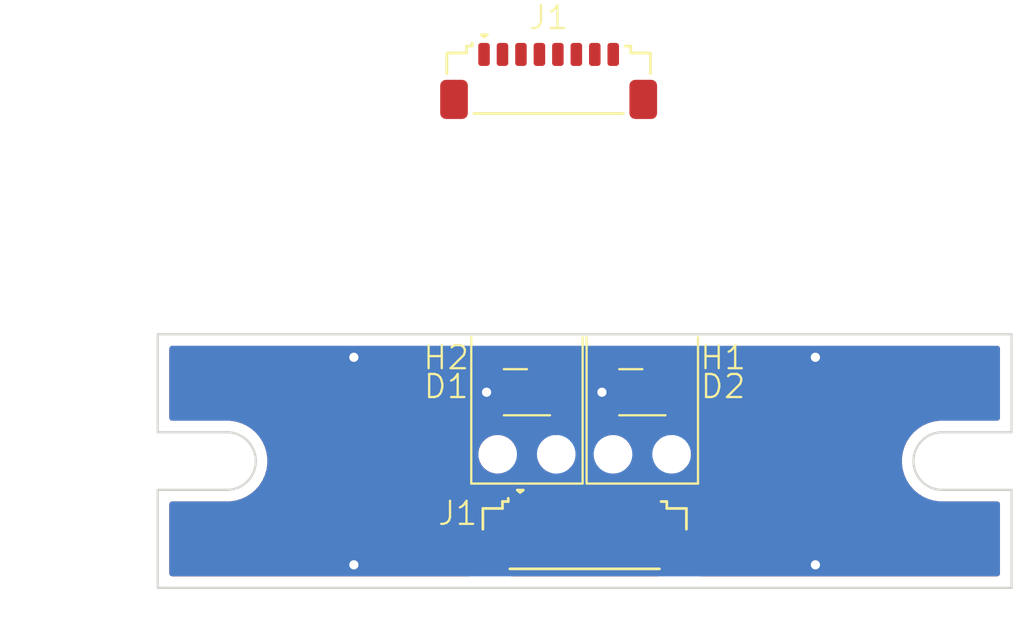
<source format=kicad_pcb>
(kicad_pcb (version 20221018) (generator pcbnew)
  (layers (0 "F.Cu" signal) (31 "B.Cu" signal) (34 "B.Paste" user) (35 "F.Paste" user) (36 "B.SilkS" user "B.Silkscreen") (37 "F.SilkS" user "F.Silkscreen") (38 "B.Mask" user) (39 "F.Mask" user) (44 "Edge.Cuts" user))
  (net 0 "")
  (net 1 "/G1")
  (net 2 "/R1")
  (net 3 "/B1")
  (net 4 "/G2")
  (net 5 "/R2")
  (net 6 "/B2")
  (net 7 "GND")
  (net 8 "/B_{B}")
  (net 9 "/R_{B}")
  (net 10 "/G_{B}")
  (net 11 "/B_{A}")
  (net 12 "/R_{A}")
  (net 13 "/G_{A}")
  (footprint "Open Ephys:EVERLIGHT_6-SMD-1.6x1.6" (layer "F.Cu") (at 52.5 50)
    (fp_text reference "D2" (at 3.5 -0.25 unlocked) (layer "F.SilkS") (effects (font (thickness 0.1))))
    (fp_text value "LED_RGB")
    (fp_line (start -1 -1) (end 0 -1) (stroke (width 0.1)) (layer "F.SilkS"))
    (fp_line (start -1 1) (end 1 1) (stroke (width 0.1)) (layer "F.SilkS"))
    (pad "1" smd rect (at 0.675 -0.725) (size 0.55 0.4) (layers "F.Cu" "F.Paste" "F.Mask") (net 11 "/B_{A}"))
    (pad "2" smd rect (at -0.675 -0.725) (size 0.55 0.4) (layers "F.Cu" "F.Paste" "F.Mask") (net 7 "GND"))
    (pad "3" smd rect (at 0.75 0) (size 0.7 0.5) (layers "F.Cu" "F.Paste" "F.Mask") (net 12 "/R_{A}"))
    (pad "4" smd rect (at -0.75 0) (size 0.7 0.5) (layers "F.Cu" "F.Paste" "F.Mask") (net 7 "GND"))
    (pad "5" smd rect (at 0.675 0.725) (size 0.55 0.4) (layers "F.Cu" "F.Paste" "F.Mask") (net 13 "/G_{A}"))
    (pad "6" smd rect (at -0.675 0.725) (size 0.55 0.4) (layers "F.Cu" "F.Paste" "F.Mask") (net 7 "GND"))
  )
  (footprint "Open Ephys:EVERLIGHT_6-SMD-1.6x1.6" (layer "F.Cu") (at 47.5 50)
    (fp_text reference "D1" (at -3.5 -0.25 unlocked) (layer "F.SilkS") (effects (font (thickness 0.1))))
    (fp_text value "LED_RGB")
    (fp_line (start -1 -1) (end 0 -1) (stroke (width 0.1)) (layer "F.SilkS"))
    (fp_line (start -1 1) (end 1 1) (stroke (width 0.1)) (layer "F.SilkS"))
    (pad "1" smd rect (at 0.675 -0.725) (size 0.55 0.4) (layers "F.Cu" "F.Paste" "F.Mask") (net 8 "/B_{B}"))
    (pad "2" smd rect (at -0.675 -0.725) (size 0.55 0.4) (layers "F.Cu" "F.Paste" "F.Mask") (net 7 "GND"))
    (pad "3" smd rect (at 0.75 0) (size 0.7 0.5) (layers "F.Cu" "F.Paste" "F.Mask") (net 9 "/R_{B}"))
    (pad "4" smd rect (at -0.75 0) (size 0.7 0.5) (layers "F.Cu" "F.Paste" "F.Mask") (net 7 "GND"))
    (pad "5" smd rect (at 0.675 0.725) (size 0.55 0.4) (layers "F.Cu" "F.Paste" "F.Mask") (net 10 "/G_{B}"))
    (pad "6" smd rect (at -0.675 0.725) (size 0.55 0.4) (layers "F.Cu" "F.Paste" "F.Mask") (net 7 "GND"))
  )
  (footprint "Open Ephys:BIVAR_SLP3-150-100-R" (layer "F.Cu") (at 52.5 52.69176 180)
    (fp_text reference "H1" (at -3.5 4.19176 unlocked) (layer "F.SilkS") (effects (font (thickness 0.1))))
    (fp_text value "SLP3-150-100-R")
    (fp_line (start -2.413 -1.27) (end 2.413 -1.27) (stroke (width 0.1)) (layer "F.SilkS"))
    (fp_line (start -2.413 5.08) (end -2.413 -1.27) (stroke (width 0.1)) (layer "F.SilkS"))
    (fp_line (start 2.413 -1.27) (end 2.413 5.08) (stroke (width 0.1)) (layer "F.SilkS"))
    (pad "" np_thru_hole circle (at -1.27 0 180) (size 1.1684 1.1684) (drill 1.1684) (layers "F&B.Cu" "*.Mask"))
    (pad "" np_thru_hole circle (at 1.27 0 180) (size 1.1684 1.1684) (drill 1.1684) (layers "F&B.Cu" "*.Mask"))
  )
  (footprint "Open Ephys:JST_SM08B-SURS-TF(LF)(SN)" (layer "F.Cu") (at 50 56.25)
    (fp_text reference "J1" (at -5.5 -1 unlocked) (layer "F.SilkS") (effects (font (thickness 0.1))))
    (fp_text value "SM08B-SURS-TF(LF)(SN)")
    (fp_line (start -4.41 -1.21) (end -3.56 -1.21) (stroke (width 0.12)) (layer "F.SilkS"))
    (fp_line (start -4.41 -0.31) (end -4.41 -1.21) (stroke (width 0.12)) (layer "F.SilkS"))
    (fp_line (start -3.56 -1.51) (end -3.31 -1.51) (stroke (width 0.12)) (layer "F.SilkS"))
    (fp_line (start -3.56 -1.21) (end -3.56 -1.51) (stroke (width 0.12)) (layer "F.SilkS"))
    (fp_line (start -3.31 -1.51) (end -3.31 -1.65) (stroke (width 0.12)) (layer "F.SilkS"))
    (fp_line (start -3.24 1.41) (end 3.24 1.41) (stroke (width 0.12)) (layer "F.SilkS"))
    (fp_line (start -2.915 -2.004553) (end -2.794 -1.905) (stroke (width 0.12)) (layer "F.SilkS"))
    (fp_line (start -2.794 -1.905) (end -2.661 -2.004553) (stroke (width 0.12)) (layer "F.SilkS"))
    (fp_line (start -2.661 -2.004553) (end -2.915 -2.004553) (stroke (width 0.12)) (layer "F.SilkS"))
    (fp_line (start 3.56 -1.51) (end 3.31 -1.51) (stroke (width 0.12)) (layer "F.SilkS"))
    (fp_line (start 3.56 -1.21) (end 3.56 -1.51) (stroke (width 0.12)) (layer "F.SilkS"))
    (fp_line (start 4.41 -1.21) (end 3.56 -1.21) (stroke (width 0.12)) (layer "F.SilkS"))
    (fp_line (start 4.41 -0.31) (end 4.41 -1.21) (stroke (width 0.12)) (layer "F.SilkS"))
    (pad "1" smd roundrect (at -2.8 -1.15) (size 0.5 1) (layers "F.Cu" "F.Paste" "F.Mask") (net 1 "/G1"))
    (pad "2" smd roundrect (at -2 -1.15) (size 0.5 1) (layers "F.Cu" "F.Paste" "F.Mask") (net 7 "GND"))
    (pad "3" smd roundrect (at -1.2 -1.15) (size 0.5 1) (layers "F.Cu" "F.Paste" "F.Mask") (net 2 "/R1"))
    (pad "4" smd roundrect (at -0.4 -1.15) (size 0.5 1) (layers "F.Cu" "F.Paste" "F.Mask") (net 3 "/B1"))
    (pad "5" smd roundrect (at 0.4 -1.15) (size 0.5 1) (layers "F.Cu" "F.Paste" "F.Mask") (net 4 "/G2"))
    (pad "6" smd roundrect (at 1.2 -1.15) (size 0.5 1) (layers "F.Cu" "F.Paste" "F.Mask") (net 7 "GND"))
    (pad "7" smd roundrect (at 2 -1.15) (size 0.5 1) (layers "F.Cu" "F.Paste" "F.Mask") (net 5 "/R2"))
    (pad "8" smd roundrect (at 2.8 -1.15) (size 0.5 1) (layers "F.Cu" "F.Paste" "F.Mask") (net 6 "/B2"))
    (pad "MP" smd roundrect (at -4.1 0.8) (size 1.2 1.7) (layers "F.Cu" "F.Paste" "F.Mask") (roundrect_rratio 0.2083333333))
    (pad "MP" smd roundrect (at 4.1 0.8) (size 1.2 1.7) (layers "F.Cu" "F.Paste" "F.Mask") (roundrect_rratio 0.2083333333))
  )
  (footprint "Open Ephys:JST_SM08B-SURS-TF(LF)(SN)" (layer "F.Cu") (at 48.44 36.5)
    (fp_text reference "J1" (at 0 -2.75 unlocked) (layer "F.SilkS") (effects (font (thickness 0.1))))
    (fp_text value "SM08B-SURS-TF(LF)(SN)")
    (fp_line (start -4.41 -1.21) (end -3.56 -1.21) (stroke (width 0.12)) (layer "F.SilkS"))
    (fp_line (start -4.41 -0.31) (end -4.41 -1.21) (stroke (width 0.12)) (layer "F.SilkS"))
    (fp_line (start -3.56 -1.51) (end -3.31 -1.51) (stroke (width 0.12)) (layer "F.SilkS"))
    (fp_line (start -3.56 -1.21) (end -3.56 -1.51) (stroke (width 0.12)) (layer "F.SilkS"))
    (fp_line (start -3.31 -1.51) (end -3.31 -1.65) (stroke (width 0.12)) (layer "F.SilkS"))
    (fp_line (start -3.24 1.41) (end 3.24 1.41) (stroke (width 0.12)) (layer "F.SilkS"))
    (fp_line (start -2.915 -2.004553) (end -2.794 -1.905) (stroke (width 0.12)) (layer "F.SilkS"))
    (fp_line (start -2.794 -1.905) (end -2.661 -2.004553) (stroke (width 0.12)) (layer "F.SilkS"))
    (fp_line (start -2.661 -2.004553) (end -2.915 -2.004553) (stroke (width 0.12)) (layer "F.SilkS"))
    (fp_line (start 3.56 -1.51) (end 3.31 -1.51) (stroke (width 0.12)) (layer "F.SilkS"))
    (fp_line (start 3.56 -1.21) (end 3.56 -1.51) (stroke (width 0.12)) (layer "F.SilkS"))
    (fp_line (start 4.41 -1.21) (end 3.56 -1.21) (stroke (width 0.12)) (layer "F.SilkS"))
    (fp_line (start 4.41 -0.31) (end 4.41 -1.21) (stroke (width 0.12)) (layer "F.SilkS"))
    (pad "1" smd roundrect (at -2.8 -1.15) (size 0.5 1) (layers "F.Cu" "F.Paste" "F.Mask") (net 10 "/G_{B}"))
    (pad "2" smd roundrect (at -2 -1.15) (size 0.5 1) (layers "F.Cu" "F.Paste" "F.Mask") (net 7 "GND"))
    (pad "3" smd roundrect (at -1.2 -1.15) (size 0.5 1) (layers "F.Cu" "F.Paste" "F.Mask") (net 9 "/R_{B}"))
    (pad "4" smd roundrect (at -0.4 -1.15) (size 0.5 1) (layers "F.Cu" "F.Paste" "F.Mask") (net 8 "/B_{B}"))
    (pad "5" smd roundrect (at 0.4 -1.15) (size 0.5 1) (layers "F.Cu" "F.Paste" "F.Mask") (net 13 "/G_{A}"))
    (pad "6" smd roundrect (at 1.2 -1.15) (size 0.5 1) (layers "F.Cu" "F.Paste" "F.Mask") (net 7 "GND"))
    (pad "7" smd roundrect (at 2 -1.15) (size 0.5 1) (layers "F.Cu" "F.Paste" "F.Mask") (net 12 "/R_{A}"))
    (pad "8" smd roundrect (at 2.8 -1.15) (size 0.5 1) (layers "F.Cu" "F.Paste" "F.Mask") (net 11 "/B_{A}"))
    (pad "MP" smd roundrect (at -4.1 0.8) (size 1.2 1.7) (layers "F.Cu" "F.Paste" "F.Mask") (roundrect_rratio 0.208333) (net 7 "GND"))
    (pad "MP" smd roundrect (at 4.1 0.8) (size 1.2 1.7) (layers "F.Cu" "F.Paste" "F.Mask") (roundrect_rratio 0.208333) (net 7 "GND"))
  )
  (footprint "Open Ephys:BIVAR_SLP3-150-100-R" (layer "F.Cu") (at 47.5 52.69176 180)
    (fp_text reference "H2" (at 3.5 4.19176 unlocked) (layer "F.SilkS") (effects (font (thickness 0.1))))
    (fp_text value "SLP3-150-100-R")
    (fp_line (start -2.413 -1.27) (end 2.413 -1.27) (stroke (width 0.1)) (layer "F.SilkS"))
    (fp_line (start -2.413 5.08) (end -2.413 -1.27) (stroke (width 0.1)) (layer "F.SilkS"))
    (fp_line (start 2.413 -1.27) (end 2.413 5.08) (stroke (width 0.1)) (layer "F.SilkS"))
    (pad "" np_thru_hole circle (at -1.27 0 180) (size 1.1684 1.1684) (drill 1.1684) (layers "F&B.Cu" "*.Mask"))
    (pad "" np_thru_hole circle (at 1.27 0 180) (size 1.1684 1.1684) (drill 1.1684) (layers "F&B.Cu" "*.Mask"))
  )
  (gr_line (start 68.5 54.23476) (end 68.5 58.48476) (stroke (width 0.1)) (layer "Edge.Cuts"))
  (gr_line (start 31.5 47.48476) (end 31.5 51.73476) (stroke (width 0.1)) (layer "Edge.Cuts"))
  (gr_arc (start 65.5 54.23476) (mid 64.25 52.98476) (end 65.5 51.73476) (stroke (width 0.1)) (layer "Edge.Cuts"))
  (gr_line (start 65.5 54.23476) (end 68.5 54.23476) (stroke (width 0.1)) (layer "Edge.Cuts"))
  (gr_line (start 68.5 58.48476) (end 31.5 58.48476) (stroke (width 0.1)) (layer "Edge.Cuts"))
  (gr_arc (start 34.5 51.73476) (mid 35.75 52.98476) (end 34.5 54.23476) (stroke (width 0.1)) (layer "Edge.Cuts"))
  (gr_line (start 31.5 47.48476) (end 68.5 47.48476) (stroke (width 0.1)) (layer "Edge.Cuts"))
  (gr_line (start 68.5 47.48476) (end 68.5 51.73476) (stroke (width 0.1)) (layer "Edge.Cuts"))
  (gr_line (start 65.5 51.73476) (end 68.5 51.73476) (stroke (width 0.1)) (layer "Edge.Cuts"))
  (gr_line (start 34.5 54.23476) (end 31.5 54.23476) (stroke (width 0.1)) (layer "Edge.Cuts"))
  (gr_line (start 31.5 58.48476) (end 31.5 54.23476) (stroke (width 0.1)) (layer "Edge.Cuts"))
  (gr_line (start 34.5 51.73476) (end 31.5 51.73476) (stroke (width 0.1)) (layer "Edge.Cuts"))
  (segment (start 48.725 50.725) (end 48.175 50.725) (width 0.25) (layer "F.Cu") (net 1))
  (segment (start 48.372686 51.73256) (end 48.76744 51.73256) (width 0.25) (layer "F.Cu") (net 1))
  (segment (start 49 51.5) (end 49 51) (width 0.25) (layer "F.Cu") (net 1))
  (segment (start 47.2 55.35) (end 47.2 52.905246) (width 0.25) (layer "F.Cu") (net 1))
  (segment (start 47.2 52.905246) (end 48.372686 51.73256) (width 0.25) (layer "F.Cu") (net 1))
  (segment (start 49 51) (end 48.725 50.725) (width 0.25) (layer "F.Cu") (net 1))
  (segment (start 48.76744 51.73256) (end 49 51.5) (width 0.25) (layer "F.Cu") (net 1))
  (segment (start 48.8 54.018274) (end 48.8 55.35) (width 0.25) (layer "F.Cu") (net 2))
  (segment (start 49.7292 50.9792) (end 49.7292 53.089074) (width 0.25) (layer "F.Cu") (net 2))
  (segment (start 48.25 50) (end 48.75 50) (width 0.25) (layer "F.Cu") (net 2))
  (segment (start 49.7292 53.089074) (end 48.8 54.018274) (width 0.25) (layer "F.Cu") (net 2))
  (segment (start 48.75 50) (end 49.7292 50.9792) (width 0.25) (layer "F.Cu") (net 2))
  (segment (start 50.1792 53.27547) (end 50.1792 50.792804) (width 0.25) (layer "F.Cu") (net 3))
  (segment (start 49.6 55.35) (end 49.6 53.85467) (width 0.25) (layer "F.Cu") (net 3))
  (segment (start 48.661396 49.275) (end 48.175 49.275) (width 0.25) (layer "F.Cu") (net 3))
  (segment (start 49.6 53.85467) (end 50.1792 53.27547) (width 0.25) (layer "F.Cu") (net 3))
  (segment (start 50.1792 50.792804) (end 48.661396 49.275) (width 0.25) (layer "F.Cu") (net 3))
  (segment (start 53.75 51.73256) (end 53.372686 51.73256) (width 0.25) (layer "F.Cu") (net 4))
  (segment (start 50.59904 53.65096) (end 50.4 53.85) (width 0.25) (layer "F.Cu") (net 4))
  (segment (start 53.175 50.725) (end 53.725 50.725) (width 0.25) (layer "F.Cu") (net 4))
  (segment (start 52.5 52.778274) (end 51.627314 53.65096) (width 0.25) (layer "F.Cu") (net 4))
  (segment (start 53.372686 51.73256) (end 52.5 52.605246) (width 0.25) (layer "F.Cu") (net 4))
  (segment (start 53.725 50.725) (end 54 51) (width 0.25) (layer "F.Cu") (net 4))
  (segment (start 50.4 53.85) (end 50.4 55.35) (width 0.25) (layer "F.Cu") (net 4))
  (segment (start 52.5 52.605246) (end 52.5 52.778274) (width 0.25) (layer "F.Cu") (net 4))
  (segment (start 54 51) (end 54 51.48256) (width 0.25) (layer "F.Cu") (net 4))
  (segment (start 54 51.48256) (end 53.75 51.73256) (width 0.25) (layer "F.Cu") (net 4))
  (segment (start 51.627314 53.65096) (end 50.59904 53.65096) (width 0.25) (layer "F.Cu") (net 4))
  (segment (start 53.75 50) (end 53.25 50) (width 0.25) (layer "F.Cu") (net 5))
  (segment (start 54.7292 53.089074) (end 54.7292 50.9792) (width 0.25) (layer "F.Cu") (net 5))
  (segment (start 52 54.5) (end 52.84904 53.65096) (width 0.25) (layer "F.Cu") (net 5))
  (segment (start 52.84904 53.65096) (end 54.167314 53.65096) (width 0.25) (layer "F.Cu") (net 5))
  (segment (start 54.167314 53.65096) (end 54.7292 53.089074) (width 0.25) (layer "F.Cu") (net 5))
  (segment (start 54.7292 50.9792) (end 53.75 50) (width 0.25) (layer "F.Cu") (net 5))
  (segment (start 52 55.35) (end 52 54.5) (width 0.25) (layer "F.Cu") (net 5))
  (segment (start 54.354209 54.100461) (end 55.1792 53.27547) (width 0.25) (layer "F.Cu") (net 6))
  (segment (start 55.1792 53.27547) (end 55.1792 50.792804) (width 0.25) (layer "F.Cu") (net 6))
  (segment (start 52.8 54.5) (end 53.199539 54.100461) (width 0.25) (layer "F.Cu") (net 6))
  (segment (start 55.1792 50.792804) (end 53.661396 49.275) (width 0.25) (layer "F.Cu") (net 6))
  (segment (start 53.199539 54.100461) (end 54.354209 54.100461) (width 0.25) (layer "F.Cu") (net 6))
  (segment (start 52.8 55.35) (end 52.8 54.5) (width 0.25) (layer "F.Cu") (net 6))
  (segment (start 53.661396 49.275) (end 53.175 49.275) (width 0.25) (layer "F.Cu") (net 6))
  (via (at 45.75 50) (size 0.8) (drill 0.4) (layers "F.Cu" "B.Cu") (net 7))
  (via (at 60 57.48476) (size 0.8) (drill 0.4) (layers "F.Cu" "B.Cu") (net 7))
  (via (at 40 57.48476) (size 0.8) (drill 0.4) (layers "F.Cu" "B.Cu") (net 7))
  (via (at 40 48.48476) (size 0.8) (drill 0.4) (layers "F.Cu" "B.Cu") (net 7))
  (via (at 50.75 50) (size 0.8) (drill 0.4) (layers "F.Cu" "B.Cu") (net 7))
  (via (at 60 48.48476) (size 0.8) (drill 0.4) (layers "F.Cu" "B.Cu") (net 7))
  (zone (net 7) (net_name "GND") (layers "F&B.Cu") (connect_pads (clearance 0.25)) (min_thickness 0.25) (fill yes (thermal_gap 0.25) (thermal_bridge_width 0.25))
    (polygon (pts (xy 31.75 47.75) (xy 68.25 47.75) (xy 68.25 58.25) (xy 31.75 58.25)))
  )
)
</source>
